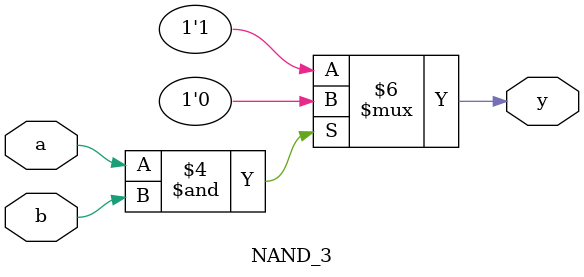
<source format=v>

module NAND_3(output y, input a, input b);

// behavioral modeling
always @ (a or b)
begin
	if (a == 1'b1 & b == 1'b1)
		y = 1'b0;
	else
		y = 1'b1;
end

endmodule

</source>
